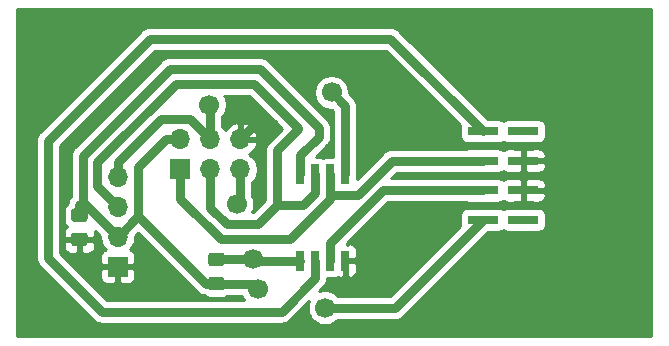
<source format=gbr>
%TF.GenerationSoftware,KiCad,Pcbnew,5.1.6-c6e7f7d~87~ubuntu18.04.1*%
%TF.CreationDate,2020-08-24T16:23:38+01:00*%
%TF.ProjectId,linefollower,6c696e65-666f-46c6-9c6f-7765722e6b69,rev?*%
%TF.SameCoordinates,Original*%
%TF.FileFunction,Copper,L1,Top*%
%TF.FilePolarity,Positive*%
%FSLAX46Y46*%
G04 Gerber Fmt 4.6, Leading zero omitted, Abs format (unit mm)*
G04 Created by KiCad (PCBNEW 5.1.6-c6e7f7d~87~ubuntu18.04.1) date 2020-08-24 16:23:38*
%MOMM*%
%LPD*%
G01*
G04 APERTURE LIST*
%TA.AperFunction,SMDPad,CuDef*%
%ADD10R,2.600000X0.800000*%
%TD*%
%TA.AperFunction,ComponentPad*%
%ADD11R,1.700000X1.700000*%
%TD*%
%TA.AperFunction,ComponentPad*%
%ADD12O,1.700000X1.700000*%
%TD*%
%TA.AperFunction,SMDPad,CuDef*%
%ADD13R,0.650000X1.700000*%
%TD*%
%TA.AperFunction,ViaPad*%
%ADD14C,1.700000*%
%TD*%
%TA.AperFunction,Conductor*%
%ADD15C,0.750000*%
%TD*%
%TA.AperFunction,Conductor*%
%ADD16C,0.254000*%
%TD*%
G04 APERTURE END LIST*
D10*
%TO.P,J1,8*%
%TO.N,N/C*%
X149480000Y-32980000D03*
%TO.P,J1,1*%
%TO.N,/SI*%
X146080000Y-32980000D03*
%TO.P,J1,7*%
%TO.N,Earth*%
X149480000Y-35480000D03*
%TO.P,J1,2*%
%TO.N,/CLK*%
X146080000Y-35480000D03*
%TO.P,J1,6*%
%TO.N,Earth*%
X149480000Y-37980000D03*
%TO.P,J1,3*%
%TO.N,/AO*%
X146080000Y-37980000D03*
%TO.P,J1,5*%
%TO.N,N/C*%
X149480000Y-40480000D03*
%TO.P,J1,4*%
%TO.N,VCC*%
X146080000Y-40480000D03*
%TD*%
D11*
%TO.P,J2,1*%
%TO.N,Earth*%
X115160000Y-44450000D03*
D12*
%TO.P,J2,2*%
%TO.N,VCC*%
X115160000Y-41910000D03*
%TO.P,J2,3*%
%TO.N,/SCL*%
X115160000Y-39370000D03*
%TO.P,J2,4*%
%TO.N,/SDA*%
X115160000Y-36830000D03*
%TD*%
D13*
%TO.P,U1,1*%
%TO.N,Net-(J3-Pad5)*%
X130610000Y-43930000D03*
%TO.P,U1,2*%
%TO.N,/SI*%
X131880000Y-43930000D03*
%TO.P,U1,3*%
%TO.N,/AO*%
X133150000Y-43930000D03*
%TO.P,U1,4*%
%TO.N,Earth*%
X134420000Y-43930000D03*
%TO.P,U1,5*%
%TO.N,/SDA*%
X134420000Y-36630000D03*
%TO.P,U1,6*%
%TO.N,/CLK*%
X133150000Y-36630000D03*
%TO.P,U1,7*%
%TO.N,/SCL*%
X131880000Y-36630000D03*
%TO.P,U1,8*%
%TO.N,VCC*%
X130610000Y-36630000D03*
%TD*%
D11*
%TO.P,J3,1*%
%TO.N,/CLK*%
X120450000Y-36220000D03*
D12*
%TO.P,J3,2*%
%TO.N,VCC*%
X120450000Y-33680000D03*
%TO.P,J3,3*%
%TO.N,/SCL*%
X122990000Y-36220000D03*
%TO.P,J3,4*%
%TO.N,/SDA*%
X122990000Y-33680000D03*
%TO.P,J3,5*%
%TO.N,Net-(J3-Pad5)*%
X125530000Y-36220000D03*
%TO.P,J3,6*%
%TO.N,Earth*%
X125530000Y-33680000D03*
%TD*%
%TO.P,C1,1*%
%TO.N,VCC*%
%TA.AperFunction,SMDPad,CuDef*%
G36*
G01*
X111449999Y-39515000D02*
X112350001Y-39515000D01*
G75*
G02*
X112600000Y-39764999I0J-249999D01*
G01*
X112600000Y-40415001D01*
G75*
G02*
X112350001Y-40665000I-249999J0D01*
G01*
X111449999Y-40665000D01*
G75*
G02*
X111200000Y-40415001I0J249999D01*
G01*
X111200000Y-39764999D01*
G75*
G02*
X111449999Y-39515000I249999J0D01*
G01*
G37*
%TD.AperFunction*%
%TO.P,C1,2*%
%TO.N,Earth*%
%TA.AperFunction,SMDPad,CuDef*%
G36*
G01*
X111449999Y-41565000D02*
X112350001Y-41565000D01*
G75*
G02*
X112600000Y-41814999I0J-249999D01*
G01*
X112600000Y-42465001D01*
G75*
G02*
X112350001Y-42715000I-249999J0D01*
G01*
X111449999Y-42715000D01*
G75*
G02*
X111200000Y-42465001I0J249999D01*
G01*
X111200000Y-41814999D01*
G75*
G02*
X111449999Y-41565000I249999J0D01*
G01*
G37*
%TD.AperFunction*%
%TD*%
%TO.P,R1,1*%
%TO.N,VCC*%
%TA.AperFunction,SMDPad,CuDef*%
G36*
G01*
X123950001Y-46460000D02*
X123049999Y-46460000D01*
G75*
G02*
X122800000Y-46210001I0J249999D01*
G01*
X122800000Y-45559999D01*
G75*
G02*
X123049999Y-45310000I249999J0D01*
G01*
X123950001Y-45310000D01*
G75*
G02*
X124200000Y-45559999I0J-249999D01*
G01*
X124200000Y-46210001D01*
G75*
G02*
X123950001Y-46460000I-249999J0D01*
G01*
G37*
%TD.AperFunction*%
%TO.P,R1,2*%
%TO.N,Net-(J3-Pad5)*%
%TA.AperFunction,SMDPad,CuDef*%
G36*
G01*
X123950001Y-44410000D02*
X123049999Y-44410000D01*
G75*
G02*
X122800000Y-44160001I0J249999D01*
G01*
X122800000Y-43509999D01*
G75*
G02*
X123049999Y-43260000I249999J0D01*
G01*
X123950001Y-43260000D01*
G75*
G02*
X124200000Y-43509999I0J-249999D01*
G01*
X124200000Y-44160001D01*
G75*
G02*
X123950001Y-44410000I-249999J0D01*
G01*
G37*
%TD.AperFunction*%
%TD*%
D14*
%TO.N,VCC*%
X127028659Y-46311359D03*
X132710000Y-47930000D03*
%TO.N,Earth*%
X137160000Y-33528000D03*
X128025174Y-32745492D03*
%TO.N,/SDA*%
X122884739Y-30727270D03*
X133259639Y-29699318D03*
%TO.N,Net-(J3-Pad5)*%
X125230031Y-39134977D03*
X126615000Y-43835000D03*
%TD*%
D15*
%TO.N,VCC*%
X116885001Y-40184999D02*
X115160000Y-41910000D01*
X116885001Y-36042918D02*
X116885001Y-40184999D01*
X119247919Y-33680000D02*
X116885001Y-36042918D01*
X120450000Y-33680000D02*
X119247919Y-33680000D01*
X132205013Y-32718015D02*
X127187986Y-27700988D01*
X127187986Y-27700988D02*
X119551368Y-27700988D01*
X112184988Y-35067368D02*
X112184989Y-38934989D01*
X112184989Y-38934989D02*
X115160000Y-41910000D01*
X132205013Y-33434987D02*
X132205013Y-32718015D01*
X130610000Y-35030000D02*
X132205013Y-33434987D01*
X130610000Y-36630000D02*
X130610000Y-35030000D01*
X119551368Y-27700988D02*
X112184988Y-35067368D01*
X122585002Y-45885000D02*
X123500000Y-45885000D01*
X116885001Y-40184999D02*
X122585002Y-45885000D01*
X123500000Y-45885000D02*
X126602300Y-45885000D01*
X126602300Y-45885000D02*
X127028659Y-46311359D01*
X138630000Y-47930000D02*
X146080000Y-40480000D01*
X132710000Y-47930000D02*
X138630000Y-47930000D01*
X111900000Y-39219978D02*
X112184989Y-38934989D01*
X111900000Y-40090000D02*
X111900000Y-39219978D01*
%TO.N,Earth*%
X125530000Y-33680000D02*
X126464508Y-32745492D01*
X126464508Y-32745492D02*
X128025174Y-32745492D01*
%TO.N,/SI*%
X129030002Y-48260000D02*
X131880000Y-45410002D01*
X131880000Y-45410002D02*
X131880000Y-43930000D01*
X109220000Y-43688000D02*
X113792000Y-48260000D01*
X109220000Y-33782000D02*
X109220000Y-43688000D01*
X117856000Y-25146000D02*
X109220000Y-33782000D01*
X113792000Y-48260000D02*
X129030002Y-48260000D01*
X138246000Y-25146000D02*
X129774000Y-25146000D01*
X146080000Y-32980000D02*
X138246000Y-25146000D01*
X129774000Y-25146000D02*
X117856000Y-25146000D01*
%TO.N,/CLK*%
X120450000Y-36220000D02*
X120450000Y-38680786D01*
X123879212Y-42109998D02*
X129767783Y-42109998D01*
X120450000Y-38680786D02*
X123879212Y-42109998D01*
X129767783Y-42109998D02*
X133150000Y-38727781D01*
X133150000Y-38727781D02*
X133150000Y-36630000D01*
X138352218Y-35480000D02*
X146080000Y-35480000D01*
X135477217Y-38355001D02*
X138352218Y-35480000D01*
X133394999Y-38355001D02*
X135477217Y-38355001D01*
X133150000Y-38110002D02*
X133394999Y-38355001D01*
X133150000Y-36630000D02*
X133150000Y-38110002D01*
%TO.N,/AO*%
X137619998Y-37980000D02*
X146080000Y-37980000D01*
X133150000Y-42449998D02*
X137619998Y-37980000D01*
X133150000Y-43930000D02*
X133150000Y-42449998D01*
%TO.N,/SCL*%
X131880000Y-38230000D02*
X131880000Y-36630000D01*
X128638300Y-39250620D02*
X130859380Y-39250620D01*
X130859380Y-39250620D02*
X131880000Y-38230000D01*
X113434999Y-37644999D02*
X113434999Y-35585139D01*
X130414228Y-32695012D02*
X130414228Y-32835012D01*
X128638300Y-34610940D02*
X128638300Y-39250620D01*
X115160000Y-39370000D02*
X113434999Y-37644999D01*
X130414228Y-32835012D02*
X128638300Y-34610940D01*
X126670215Y-28950999D02*
X130414228Y-32695012D01*
X120069139Y-28950999D02*
X126670215Y-28950999D01*
X113434999Y-35585139D02*
X120069139Y-28950999D01*
X127028933Y-40859987D02*
X128638300Y-39250620D01*
X122990000Y-39453004D02*
X124396983Y-40859987D01*
X124396983Y-40859987D02*
X127028933Y-40859987D01*
X122990000Y-36220000D02*
X122990000Y-39453004D01*
%TO.N,/SDA*%
X121264999Y-31954999D02*
X122990000Y-33680000D01*
X118832920Y-31954999D02*
X121264999Y-31954999D01*
X115160000Y-35627919D02*
X118832920Y-31954999D01*
X115160000Y-36830000D02*
X115160000Y-35627919D01*
X122990000Y-30832531D02*
X122884739Y-30727270D01*
X122990000Y-33680000D02*
X122990000Y-30832531D01*
X134420000Y-36630000D02*
X134420000Y-30859679D01*
X134420000Y-30859679D02*
X133259639Y-29699318D01*
%TO.N,Net-(J3-Pad5)*%
X125530000Y-36220000D02*
X125530000Y-38835008D01*
X130610000Y-43930000D02*
X126710000Y-43930000D01*
X123500000Y-43835000D02*
X126615000Y-43835000D01*
X126710000Y-43930000D02*
X126615000Y-43835000D01*
X125530000Y-38835008D02*
X125230031Y-39134977D01*
%TD*%
D16*
%TO.N,Earth*%
G36*
X160340000Y-50340000D02*
G01*
X106660000Y-50340000D01*
X106660000Y-33782000D01*
X108205114Y-33782000D01*
X108210000Y-33831608D01*
X108210001Y-43638382D01*
X108205114Y-43688000D01*
X108224615Y-43885994D01*
X108282368Y-44076379D01*
X108360941Y-44223379D01*
X108376154Y-44251840D01*
X108502368Y-44405633D01*
X108540901Y-44437256D01*
X113042739Y-48939094D01*
X113074367Y-48977633D01*
X113228160Y-49103847D01*
X113403620Y-49197632D01*
X113594006Y-49255385D01*
X113742392Y-49270000D01*
X113742394Y-49270000D01*
X113791999Y-49274886D01*
X113841604Y-49270000D01*
X128980394Y-49270000D01*
X129030002Y-49274886D01*
X129227996Y-49255385D01*
X129258967Y-49245990D01*
X129418382Y-49197632D01*
X129593842Y-49103847D01*
X129747635Y-48977633D01*
X129779263Y-48939094D01*
X131324885Y-47393473D01*
X131282068Y-47496842D01*
X131225000Y-47783740D01*
X131225000Y-48076260D01*
X131282068Y-48363158D01*
X131394010Y-48633411D01*
X131556525Y-48876632D01*
X131763368Y-49083475D01*
X132006589Y-49245990D01*
X132276842Y-49357932D01*
X132563740Y-49415000D01*
X132856260Y-49415000D01*
X133143158Y-49357932D01*
X133413411Y-49245990D01*
X133656632Y-49083475D01*
X133800107Y-48940000D01*
X138580392Y-48940000D01*
X138630000Y-48944886D01*
X138827994Y-48925385D01*
X139018380Y-48867632D01*
X139193840Y-48773847D01*
X139347633Y-48647633D01*
X139379261Y-48609094D01*
X146470283Y-41518072D01*
X147380000Y-41518072D01*
X147504482Y-41505812D01*
X147624180Y-41469502D01*
X147734494Y-41410537D01*
X147780000Y-41373191D01*
X147825506Y-41410537D01*
X147935820Y-41469502D01*
X148055518Y-41505812D01*
X148180000Y-41518072D01*
X150780000Y-41518072D01*
X150904482Y-41505812D01*
X151024180Y-41469502D01*
X151134494Y-41410537D01*
X151231185Y-41331185D01*
X151310537Y-41234494D01*
X151369502Y-41124180D01*
X151405812Y-41004482D01*
X151418072Y-40880000D01*
X151418072Y-40080000D01*
X151405812Y-39955518D01*
X151369502Y-39835820D01*
X151310537Y-39725506D01*
X151231185Y-39628815D01*
X151134494Y-39549463D01*
X151024180Y-39490498D01*
X150904482Y-39454188D01*
X150780000Y-39441928D01*
X148180000Y-39441928D01*
X148055518Y-39454188D01*
X147935820Y-39490498D01*
X147825506Y-39549463D01*
X147780000Y-39586809D01*
X147734494Y-39549463D01*
X147624180Y-39490498D01*
X147504482Y-39454188D01*
X147380000Y-39441928D01*
X144780000Y-39441928D01*
X144655518Y-39454188D01*
X144535820Y-39490498D01*
X144425506Y-39549463D01*
X144328815Y-39628815D01*
X144249463Y-39725506D01*
X144190498Y-39835820D01*
X144154188Y-39955518D01*
X144141928Y-40080000D01*
X144141928Y-40880000D01*
X144151765Y-40979880D01*
X138211645Y-46920000D01*
X133800107Y-46920000D01*
X133656632Y-46776525D01*
X133413411Y-46614010D01*
X133143158Y-46502068D01*
X132856260Y-46445000D01*
X132563740Y-46445000D01*
X132276842Y-46502068D01*
X132173473Y-46544885D01*
X132559100Y-46159258D01*
X132597633Y-46127635D01*
X132723847Y-45973842D01*
X132817632Y-45798382D01*
X132875385Y-45607996D01*
X132890000Y-45459610D01*
X132890000Y-45459609D01*
X132894091Y-45418072D01*
X133475000Y-45418072D01*
X133599482Y-45405812D01*
X133719180Y-45369502D01*
X133785000Y-45334320D01*
X133850820Y-45369502D01*
X133970518Y-45405812D01*
X134095000Y-45418072D01*
X134134250Y-45415000D01*
X134293000Y-45256250D01*
X134293000Y-44057000D01*
X134547000Y-44057000D01*
X134547000Y-45256250D01*
X134705750Y-45415000D01*
X134745000Y-45418072D01*
X134869482Y-45405812D01*
X134989180Y-45369502D01*
X135099494Y-45310537D01*
X135196185Y-45231185D01*
X135275537Y-45134494D01*
X135334502Y-45024180D01*
X135370812Y-44904482D01*
X135383072Y-44780000D01*
X135380000Y-44215750D01*
X135221250Y-44057000D01*
X134547000Y-44057000D01*
X134293000Y-44057000D01*
X134273000Y-44057000D01*
X134273000Y-43803000D01*
X134293000Y-43803000D01*
X134293000Y-43783000D01*
X134547000Y-43783000D01*
X134547000Y-43803000D01*
X135221250Y-43803000D01*
X135380000Y-43644250D01*
X135383072Y-43080000D01*
X135370812Y-42955518D01*
X135334502Y-42835820D01*
X135275537Y-42725506D01*
X135196185Y-42628815D01*
X135099494Y-42549463D01*
X134989180Y-42490498D01*
X134869482Y-42454188D01*
X134745000Y-42441928D01*
X134705750Y-42445000D01*
X134547002Y-42603748D01*
X134547002Y-42481351D01*
X138038354Y-38990000D01*
X144603393Y-38990000D01*
X144655518Y-39005812D01*
X144780000Y-39018072D01*
X147380000Y-39018072D01*
X147504482Y-39005812D01*
X147624180Y-38969502D01*
X147734494Y-38910537D01*
X147780000Y-38873191D01*
X147825506Y-38910537D01*
X147935820Y-38969502D01*
X148055518Y-39005812D01*
X148180000Y-39018072D01*
X149194250Y-39015000D01*
X149353000Y-38856250D01*
X149353000Y-38107000D01*
X149607000Y-38107000D01*
X149607000Y-38856250D01*
X149765750Y-39015000D01*
X150780000Y-39018072D01*
X150904482Y-39005812D01*
X151024180Y-38969502D01*
X151134494Y-38910537D01*
X151231185Y-38831185D01*
X151310537Y-38734494D01*
X151369502Y-38624180D01*
X151405812Y-38504482D01*
X151418072Y-38380000D01*
X151415000Y-38265750D01*
X151256250Y-38107000D01*
X149607000Y-38107000D01*
X149353000Y-38107000D01*
X149333000Y-38107000D01*
X149333000Y-37853000D01*
X149353000Y-37853000D01*
X149353000Y-37103750D01*
X149607000Y-37103750D01*
X149607000Y-37853000D01*
X151256250Y-37853000D01*
X151415000Y-37694250D01*
X151418072Y-37580000D01*
X151405812Y-37455518D01*
X151369502Y-37335820D01*
X151310537Y-37225506D01*
X151231185Y-37128815D01*
X151134494Y-37049463D01*
X151024180Y-36990498D01*
X150904482Y-36954188D01*
X150780000Y-36941928D01*
X149765750Y-36945000D01*
X149607000Y-37103750D01*
X149353000Y-37103750D01*
X149194250Y-36945000D01*
X148180000Y-36941928D01*
X148055518Y-36954188D01*
X147935820Y-36990498D01*
X147825506Y-37049463D01*
X147780000Y-37086809D01*
X147734494Y-37049463D01*
X147624180Y-36990498D01*
X147504482Y-36954188D01*
X147380000Y-36941928D01*
X144780000Y-36941928D01*
X144655518Y-36954188D01*
X144603393Y-36970000D01*
X138290573Y-36970000D01*
X138770573Y-36490000D01*
X144603393Y-36490000D01*
X144655518Y-36505812D01*
X144780000Y-36518072D01*
X147380000Y-36518072D01*
X147504482Y-36505812D01*
X147624180Y-36469502D01*
X147734494Y-36410537D01*
X147780000Y-36373191D01*
X147825506Y-36410537D01*
X147935820Y-36469502D01*
X148055518Y-36505812D01*
X148180000Y-36518072D01*
X149194250Y-36515000D01*
X149353000Y-36356250D01*
X149353000Y-35607000D01*
X149607000Y-35607000D01*
X149607000Y-36356250D01*
X149765750Y-36515000D01*
X150780000Y-36518072D01*
X150904482Y-36505812D01*
X151024180Y-36469502D01*
X151134494Y-36410537D01*
X151231185Y-36331185D01*
X151310537Y-36234494D01*
X151369502Y-36124180D01*
X151405812Y-36004482D01*
X151418072Y-35880000D01*
X151415000Y-35765750D01*
X151256250Y-35607000D01*
X149607000Y-35607000D01*
X149353000Y-35607000D01*
X149333000Y-35607000D01*
X149333000Y-35353000D01*
X149353000Y-35353000D01*
X149353000Y-34603750D01*
X149607000Y-34603750D01*
X149607000Y-35353000D01*
X151256250Y-35353000D01*
X151415000Y-35194250D01*
X151418072Y-35080000D01*
X151405812Y-34955518D01*
X151369502Y-34835820D01*
X151310537Y-34725506D01*
X151231185Y-34628815D01*
X151134494Y-34549463D01*
X151024180Y-34490498D01*
X150904482Y-34454188D01*
X150780000Y-34441928D01*
X149765750Y-34445000D01*
X149607000Y-34603750D01*
X149353000Y-34603750D01*
X149194250Y-34445000D01*
X148180000Y-34441928D01*
X148055518Y-34454188D01*
X147935820Y-34490498D01*
X147825506Y-34549463D01*
X147780000Y-34586809D01*
X147734494Y-34549463D01*
X147624180Y-34490498D01*
X147504482Y-34454188D01*
X147380000Y-34441928D01*
X144780000Y-34441928D01*
X144655518Y-34454188D01*
X144603393Y-34470000D01*
X138401822Y-34470000D01*
X138352217Y-34465114D01*
X138302612Y-34470000D01*
X138302610Y-34470000D01*
X138154224Y-34484615D01*
X137963838Y-34542368D01*
X137788378Y-34636153D01*
X137634585Y-34762367D01*
X137602957Y-34800906D01*
X135383072Y-37020791D01*
X135383072Y-36934516D01*
X135415385Y-36827994D01*
X135430000Y-36679608D01*
X135430000Y-30909283D01*
X135434886Y-30859678D01*
X135427326Y-30782923D01*
X135415385Y-30661685D01*
X135357632Y-30471299D01*
X135263847Y-30295839D01*
X135137633Y-30142046D01*
X135099094Y-30110418D01*
X134744639Y-29755963D01*
X134744639Y-29553058D01*
X134687571Y-29266160D01*
X134575629Y-28995907D01*
X134413114Y-28752686D01*
X134206271Y-28545843D01*
X133963050Y-28383328D01*
X133692797Y-28271386D01*
X133405899Y-28214318D01*
X133113379Y-28214318D01*
X132826481Y-28271386D01*
X132556228Y-28383328D01*
X132313007Y-28545843D01*
X132106164Y-28752686D01*
X131943649Y-28995907D01*
X131831707Y-29266160D01*
X131774639Y-29553058D01*
X131774639Y-29845578D01*
X131831707Y-30132476D01*
X131943649Y-30402729D01*
X132106164Y-30645950D01*
X132313007Y-30852793D01*
X132556228Y-31015308D01*
X132826481Y-31127250D01*
X133113379Y-31184318D01*
X133316284Y-31184318D01*
X133410001Y-31278035D01*
X133410000Y-35141928D01*
X132825000Y-35141928D01*
X132700518Y-35154188D01*
X132580820Y-35190498D01*
X132515000Y-35225680D01*
X132449180Y-35190498D01*
X132329482Y-35154188D01*
X132205000Y-35141928D01*
X131926427Y-35141928D01*
X132884107Y-34184248D01*
X132922646Y-34152620D01*
X133048860Y-33998827D01*
X133142645Y-33823367D01*
X133176003Y-33713400D01*
X133200398Y-33632982D01*
X133219899Y-33434988D01*
X133215013Y-33385380D01*
X133215013Y-32767623D01*
X133219899Y-32718015D01*
X133200398Y-32520020D01*
X133142645Y-32329635D01*
X133070681Y-32195000D01*
X133048860Y-32154175D01*
X132922646Y-32000382D01*
X132884113Y-31968759D01*
X127937247Y-27021894D01*
X127905619Y-26983355D01*
X127751826Y-26857141D01*
X127576366Y-26763356D01*
X127385980Y-26705603D01*
X127237594Y-26690988D01*
X127187986Y-26686102D01*
X127138378Y-26690988D01*
X119600976Y-26690988D01*
X119551368Y-26686102D01*
X119353373Y-26705603D01*
X119162988Y-26763356D01*
X118987528Y-26857141D01*
X118833735Y-26983355D01*
X118802112Y-27021888D01*
X111505888Y-34318113D01*
X111467355Y-34349736D01*
X111341141Y-34503529D01*
X111249282Y-34675385D01*
X111247356Y-34678989D01*
X111189603Y-34869374D01*
X111170102Y-35067368D01*
X111174988Y-35116976D01*
X111174990Y-38511335D01*
X111150745Y-38540878D01*
X111150744Y-38540879D01*
X111056154Y-38656138D01*
X110962368Y-38831599D01*
X110904615Y-39021984D01*
X110899548Y-39073427D01*
X110822038Y-39137038D01*
X110711595Y-39271613D01*
X110629528Y-39425149D01*
X110578992Y-39591745D01*
X110561928Y-39764999D01*
X110561928Y-40415001D01*
X110578992Y-40588255D01*
X110629528Y-40754851D01*
X110711595Y-40908387D01*
X110822038Y-41042962D01*
X110828594Y-41048342D01*
X110748815Y-41113815D01*
X110669463Y-41210506D01*
X110610498Y-41320820D01*
X110574188Y-41440518D01*
X110561928Y-41565000D01*
X110565000Y-41854250D01*
X110723750Y-42013000D01*
X111773000Y-42013000D01*
X111773000Y-41993000D01*
X112027000Y-41993000D01*
X112027000Y-42013000D01*
X113076250Y-42013000D01*
X113235000Y-41854250D01*
X113238072Y-41565000D01*
X113225812Y-41440518D01*
X113209984Y-41388339D01*
X113675000Y-41853356D01*
X113675000Y-42056260D01*
X113732068Y-42343158D01*
X113844010Y-42613411D01*
X114006525Y-42856632D01*
X114138380Y-42988487D01*
X114065820Y-43010498D01*
X113955506Y-43069463D01*
X113858815Y-43148815D01*
X113779463Y-43245506D01*
X113720498Y-43355820D01*
X113684188Y-43475518D01*
X113671928Y-43600000D01*
X113675000Y-44164250D01*
X113833750Y-44323000D01*
X115033000Y-44323000D01*
X115033000Y-44303000D01*
X115287000Y-44303000D01*
X115287000Y-44323000D01*
X116486250Y-44323000D01*
X116645000Y-44164250D01*
X116648072Y-43600000D01*
X116635812Y-43475518D01*
X116599502Y-43355820D01*
X116540537Y-43245506D01*
X116461185Y-43148815D01*
X116364494Y-43069463D01*
X116254180Y-43010498D01*
X116181620Y-42988487D01*
X116313475Y-42856632D01*
X116475990Y-42613411D01*
X116587932Y-42343158D01*
X116645000Y-42056260D01*
X116645000Y-41853355D01*
X116885001Y-41613354D01*
X121835745Y-46564099D01*
X121867369Y-46602633D01*
X122021162Y-46728847D01*
X122050479Y-46744517D01*
X122196622Y-46822632D01*
X122387007Y-46880385D01*
X122485558Y-46890092D01*
X122556613Y-46948405D01*
X122710149Y-47030472D01*
X122876745Y-47081008D01*
X123049999Y-47098072D01*
X123950001Y-47098072D01*
X124123255Y-47081008D01*
X124289851Y-47030472D01*
X124443387Y-46948405D01*
X124508461Y-46895000D01*
X125663059Y-46895000D01*
X125712669Y-47014770D01*
X125869845Y-47250000D01*
X114210355Y-47250000D01*
X112260355Y-45300000D01*
X113671928Y-45300000D01*
X113684188Y-45424482D01*
X113720498Y-45544180D01*
X113779463Y-45654494D01*
X113858815Y-45751185D01*
X113955506Y-45830537D01*
X114065820Y-45889502D01*
X114185518Y-45925812D01*
X114310000Y-45938072D01*
X114874250Y-45935000D01*
X115033000Y-45776250D01*
X115033000Y-44577000D01*
X115287000Y-44577000D01*
X115287000Y-45776250D01*
X115445750Y-45935000D01*
X116010000Y-45938072D01*
X116134482Y-45925812D01*
X116254180Y-45889502D01*
X116364494Y-45830537D01*
X116461185Y-45751185D01*
X116540537Y-45654494D01*
X116599502Y-45544180D01*
X116635812Y-45424482D01*
X116648072Y-45300000D01*
X116645000Y-44735750D01*
X116486250Y-44577000D01*
X115287000Y-44577000D01*
X115033000Y-44577000D01*
X113833750Y-44577000D01*
X113675000Y-44735750D01*
X113671928Y-45300000D01*
X112260355Y-45300000D01*
X110230000Y-43269645D01*
X110230000Y-42715000D01*
X110561928Y-42715000D01*
X110574188Y-42839482D01*
X110610498Y-42959180D01*
X110669463Y-43069494D01*
X110748815Y-43166185D01*
X110845506Y-43245537D01*
X110955820Y-43304502D01*
X111075518Y-43340812D01*
X111200000Y-43353072D01*
X111614250Y-43350000D01*
X111773000Y-43191250D01*
X111773000Y-42267000D01*
X112027000Y-42267000D01*
X112027000Y-43191250D01*
X112185750Y-43350000D01*
X112600000Y-43353072D01*
X112724482Y-43340812D01*
X112844180Y-43304502D01*
X112954494Y-43245537D01*
X113051185Y-43166185D01*
X113130537Y-43069494D01*
X113189502Y-42959180D01*
X113225812Y-42839482D01*
X113238072Y-42715000D01*
X113235000Y-42425750D01*
X113076250Y-42267000D01*
X112027000Y-42267000D01*
X111773000Y-42267000D01*
X110723750Y-42267000D01*
X110565000Y-42425750D01*
X110561928Y-42715000D01*
X110230000Y-42715000D01*
X110230000Y-34200355D01*
X118274355Y-26156000D01*
X137827645Y-26156000D01*
X144151765Y-32480120D01*
X144141928Y-32580000D01*
X144141928Y-33380000D01*
X144154188Y-33504482D01*
X144190498Y-33624180D01*
X144249463Y-33734494D01*
X144328815Y-33831185D01*
X144425506Y-33910537D01*
X144535820Y-33969502D01*
X144655518Y-34005812D01*
X144780000Y-34018072D01*
X147380000Y-34018072D01*
X147504482Y-34005812D01*
X147624180Y-33969502D01*
X147734494Y-33910537D01*
X147780000Y-33873191D01*
X147825506Y-33910537D01*
X147935820Y-33969502D01*
X148055518Y-34005812D01*
X148180000Y-34018072D01*
X150780000Y-34018072D01*
X150904482Y-34005812D01*
X151024180Y-33969502D01*
X151134494Y-33910537D01*
X151231185Y-33831185D01*
X151310537Y-33734494D01*
X151369502Y-33624180D01*
X151405812Y-33504482D01*
X151418072Y-33380000D01*
X151418072Y-32580000D01*
X151405812Y-32455518D01*
X151369502Y-32335820D01*
X151310537Y-32225506D01*
X151231185Y-32128815D01*
X151134494Y-32049463D01*
X151024180Y-31990498D01*
X150904482Y-31954188D01*
X150780000Y-31941928D01*
X148180000Y-31941928D01*
X148055518Y-31954188D01*
X147935820Y-31990498D01*
X147825506Y-32049463D01*
X147780000Y-32086809D01*
X147734494Y-32049463D01*
X147624180Y-31990498D01*
X147504482Y-31954188D01*
X147380000Y-31941928D01*
X146470283Y-31941928D01*
X138995261Y-24466906D01*
X138963633Y-24428367D01*
X138809840Y-24302153D01*
X138634380Y-24208368D01*
X138443994Y-24150615D01*
X138295608Y-24136000D01*
X138246000Y-24131114D01*
X138196392Y-24136000D01*
X117905604Y-24136000D01*
X117855999Y-24131114D01*
X117806394Y-24136000D01*
X117806392Y-24136000D01*
X117658006Y-24150615D01*
X117467620Y-24208368D01*
X117292160Y-24302153D01*
X117138367Y-24428367D01*
X117106739Y-24466906D01*
X108540906Y-33032739D01*
X108502367Y-33064367D01*
X108376153Y-33218160D01*
X108295860Y-33368379D01*
X108282368Y-33393621D01*
X108224615Y-33584006D01*
X108205114Y-33782000D01*
X106660000Y-33782000D01*
X106660000Y-22660000D01*
X160340001Y-22660000D01*
X160340000Y-50340000D01*
G37*
X160340000Y-50340000D02*
X106660000Y-50340000D01*
X106660000Y-33782000D01*
X108205114Y-33782000D01*
X108210000Y-33831608D01*
X108210001Y-43638382D01*
X108205114Y-43688000D01*
X108224615Y-43885994D01*
X108282368Y-44076379D01*
X108360941Y-44223379D01*
X108376154Y-44251840D01*
X108502368Y-44405633D01*
X108540901Y-44437256D01*
X113042739Y-48939094D01*
X113074367Y-48977633D01*
X113228160Y-49103847D01*
X113403620Y-49197632D01*
X113594006Y-49255385D01*
X113742392Y-49270000D01*
X113742394Y-49270000D01*
X113791999Y-49274886D01*
X113841604Y-49270000D01*
X128980394Y-49270000D01*
X129030002Y-49274886D01*
X129227996Y-49255385D01*
X129258967Y-49245990D01*
X129418382Y-49197632D01*
X129593842Y-49103847D01*
X129747635Y-48977633D01*
X129779263Y-48939094D01*
X131324885Y-47393473D01*
X131282068Y-47496842D01*
X131225000Y-47783740D01*
X131225000Y-48076260D01*
X131282068Y-48363158D01*
X131394010Y-48633411D01*
X131556525Y-48876632D01*
X131763368Y-49083475D01*
X132006589Y-49245990D01*
X132276842Y-49357932D01*
X132563740Y-49415000D01*
X132856260Y-49415000D01*
X133143158Y-49357932D01*
X133413411Y-49245990D01*
X133656632Y-49083475D01*
X133800107Y-48940000D01*
X138580392Y-48940000D01*
X138630000Y-48944886D01*
X138827994Y-48925385D01*
X139018380Y-48867632D01*
X139193840Y-48773847D01*
X139347633Y-48647633D01*
X139379261Y-48609094D01*
X146470283Y-41518072D01*
X147380000Y-41518072D01*
X147504482Y-41505812D01*
X147624180Y-41469502D01*
X147734494Y-41410537D01*
X147780000Y-41373191D01*
X147825506Y-41410537D01*
X147935820Y-41469502D01*
X148055518Y-41505812D01*
X148180000Y-41518072D01*
X150780000Y-41518072D01*
X150904482Y-41505812D01*
X151024180Y-41469502D01*
X151134494Y-41410537D01*
X151231185Y-41331185D01*
X151310537Y-41234494D01*
X151369502Y-41124180D01*
X151405812Y-41004482D01*
X151418072Y-40880000D01*
X151418072Y-40080000D01*
X151405812Y-39955518D01*
X151369502Y-39835820D01*
X151310537Y-39725506D01*
X151231185Y-39628815D01*
X151134494Y-39549463D01*
X151024180Y-39490498D01*
X150904482Y-39454188D01*
X150780000Y-39441928D01*
X148180000Y-39441928D01*
X148055518Y-39454188D01*
X147935820Y-39490498D01*
X147825506Y-39549463D01*
X147780000Y-39586809D01*
X147734494Y-39549463D01*
X147624180Y-39490498D01*
X147504482Y-39454188D01*
X147380000Y-39441928D01*
X144780000Y-39441928D01*
X144655518Y-39454188D01*
X144535820Y-39490498D01*
X144425506Y-39549463D01*
X144328815Y-39628815D01*
X144249463Y-39725506D01*
X144190498Y-39835820D01*
X144154188Y-39955518D01*
X144141928Y-40080000D01*
X144141928Y-40880000D01*
X144151765Y-40979880D01*
X138211645Y-46920000D01*
X133800107Y-46920000D01*
X133656632Y-46776525D01*
X133413411Y-46614010D01*
X133143158Y-46502068D01*
X132856260Y-46445000D01*
X132563740Y-46445000D01*
X132276842Y-46502068D01*
X132173473Y-46544885D01*
X132559100Y-46159258D01*
X132597633Y-46127635D01*
X132723847Y-45973842D01*
X132817632Y-45798382D01*
X132875385Y-45607996D01*
X132890000Y-45459610D01*
X132890000Y-45459609D01*
X132894091Y-45418072D01*
X133475000Y-45418072D01*
X133599482Y-45405812D01*
X133719180Y-45369502D01*
X133785000Y-45334320D01*
X133850820Y-45369502D01*
X133970518Y-45405812D01*
X134095000Y-45418072D01*
X134134250Y-45415000D01*
X134293000Y-45256250D01*
X134293000Y-44057000D01*
X134547000Y-44057000D01*
X134547000Y-45256250D01*
X134705750Y-45415000D01*
X134745000Y-45418072D01*
X134869482Y-45405812D01*
X134989180Y-45369502D01*
X135099494Y-45310537D01*
X135196185Y-45231185D01*
X135275537Y-45134494D01*
X135334502Y-45024180D01*
X135370812Y-44904482D01*
X135383072Y-44780000D01*
X135380000Y-44215750D01*
X135221250Y-44057000D01*
X134547000Y-44057000D01*
X134293000Y-44057000D01*
X134273000Y-44057000D01*
X134273000Y-43803000D01*
X134293000Y-43803000D01*
X134293000Y-43783000D01*
X134547000Y-43783000D01*
X134547000Y-43803000D01*
X135221250Y-43803000D01*
X135380000Y-43644250D01*
X135383072Y-43080000D01*
X135370812Y-42955518D01*
X135334502Y-42835820D01*
X135275537Y-42725506D01*
X135196185Y-42628815D01*
X135099494Y-42549463D01*
X134989180Y-42490498D01*
X134869482Y-42454188D01*
X134745000Y-42441928D01*
X134705750Y-42445000D01*
X134547002Y-42603748D01*
X134547002Y-42481351D01*
X138038354Y-38990000D01*
X144603393Y-38990000D01*
X144655518Y-39005812D01*
X144780000Y-39018072D01*
X147380000Y-39018072D01*
X147504482Y-39005812D01*
X147624180Y-38969502D01*
X147734494Y-38910537D01*
X147780000Y-38873191D01*
X147825506Y-38910537D01*
X147935820Y-38969502D01*
X148055518Y-39005812D01*
X148180000Y-39018072D01*
X149194250Y-39015000D01*
X149353000Y-38856250D01*
X149353000Y-38107000D01*
X149607000Y-38107000D01*
X149607000Y-38856250D01*
X149765750Y-39015000D01*
X150780000Y-39018072D01*
X150904482Y-39005812D01*
X151024180Y-38969502D01*
X151134494Y-38910537D01*
X151231185Y-38831185D01*
X151310537Y-38734494D01*
X151369502Y-38624180D01*
X151405812Y-38504482D01*
X151418072Y-38380000D01*
X151415000Y-38265750D01*
X151256250Y-38107000D01*
X149607000Y-38107000D01*
X149353000Y-38107000D01*
X149333000Y-38107000D01*
X149333000Y-37853000D01*
X149353000Y-37853000D01*
X149353000Y-37103750D01*
X149607000Y-37103750D01*
X149607000Y-37853000D01*
X151256250Y-37853000D01*
X151415000Y-37694250D01*
X151418072Y-37580000D01*
X151405812Y-37455518D01*
X151369502Y-37335820D01*
X151310537Y-37225506D01*
X151231185Y-37128815D01*
X151134494Y-37049463D01*
X151024180Y-36990498D01*
X150904482Y-36954188D01*
X150780000Y-36941928D01*
X149765750Y-36945000D01*
X149607000Y-37103750D01*
X149353000Y-37103750D01*
X149194250Y-36945000D01*
X148180000Y-36941928D01*
X148055518Y-36954188D01*
X147935820Y-36990498D01*
X147825506Y-37049463D01*
X147780000Y-37086809D01*
X147734494Y-37049463D01*
X147624180Y-36990498D01*
X147504482Y-36954188D01*
X147380000Y-36941928D01*
X144780000Y-36941928D01*
X144655518Y-36954188D01*
X144603393Y-36970000D01*
X138290573Y-36970000D01*
X138770573Y-36490000D01*
X144603393Y-36490000D01*
X144655518Y-36505812D01*
X144780000Y-36518072D01*
X147380000Y-36518072D01*
X147504482Y-36505812D01*
X147624180Y-36469502D01*
X147734494Y-36410537D01*
X147780000Y-36373191D01*
X147825506Y-36410537D01*
X147935820Y-36469502D01*
X148055518Y-36505812D01*
X148180000Y-36518072D01*
X149194250Y-36515000D01*
X149353000Y-36356250D01*
X149353000Y-35607000D01*
X149607000Y-35607000D01*
X149607000Y-36356250D01*
X149765750Y-36515000D01*
X150780000Y-36518072D01*
X150904482Y-36505812D01*
X151024180Y-36469502D01*
X151134494Y-36410537D01*
X151231185Y-36331185D01*
X151310537Y-36234494D01*
X151369502Y-36124180D01*
X151405812Y-36004482D01*
X151418072Y-35880000D01*
X151415000Y-35765750D01*
X151256250Y-35607000D01*
X149607000Y-35607000D01*
X149353000Y-35607000D01*
X149333000Y-35607000D01*
X149333000Y-35353000D01*
X149353000Y-35353000D01*
X149353000Y-34603750D01*
X149607000Y-34603750D01*
X149607000Y-35353000D01*
X151256250Y-35353000D01*
X151415000Y-35194250D01*
X151418072Y-35080000D01*
X151405812Y-34955518D01*
X151369502Y-34835820D01*
X151310537Y-34725506D01*
X151231185Y-34628815D01*
X151134494Y-34549463D01*
X151024180Y-34490498D01*
X150904482Y-34454188D01*
X150780000Y-34441928D01*
X149765750Y-34445000D01*
X149607000Y-34603750D01*
X149353000Y-34603750D01*
X149194250Y-34445000D01*
X148180000Y-34441928D01*
X148055518Y-34454188D01*
X147935820Y-34490498D01*
X147825506Y-34549463D01*
X147780000Y-34586809D01*
X147734494Y-34549463D01*
X147624180Y-34490498D01*
X147504482Y-34454188D01*
X147380000Y-34441928D01*
X144780000Y-34441928D01*
X144655518Y-34454188D01*
X144603393Y-34470000D01*
X138401822Y-34470000D01*
X138352217Y-34465114D01*
X138302612Y-34470000D01*
X138302610Y-34470000D01*
X138154224Y-34484615D01*
X137963838Y-34542368D01*
X137788378Y-34636153D01*
X137634585Y-34762367D01*
X137602957Y-34800906D01*
X135383072Y-37020791D01*
X135383072Y-36934516D01*
X135415385Y-36827994D01*
X135430000Y-36679608D01*
X135430000Y-30909283D01*
X135434886Y-30859678D01*
X135427326Y-30782923D01*
X135415385Y-30661685D01*
X135357632Y-30471299D01*
X135263847Y-30295839D01*
X135137633Y-30142046D01*
X135099094Y-30110418D01*
X134744639Y-29755963D01*
X134744639Y-29553058D01*
X134687571Y-29266160D01*
X134575629Y-28995907D01*
X134413114Y-28752686D01*
X134206271Y-28545843D01*
X133963050Y-28383328D01*
X133692797Y-28271386D01*
X133405899Y-28214318D01*
X133113379Y-28214318D01*
X132826481Y-28271386D01*
X132556228Y-28383328D01*
X132313007Y-28545843D01*
X132106164Y-28752686D01*
X131943649Y-28995907D01*
X131831707Y-29266160D01*
X131774639Y-29553058D01*
X131774639Y-29845578D01*
X131831707Y-30132476D01*
X131943649Y-30402729D01*
X132106164Y-30645950D01*
X132313007Y-30852793D01*
X132556228Y-31015308D01*
X132826481Y-31127250D01*
X133113379Y-31184318D01*
X133316284Y-31184318D01*
X133410001Y-31278035D01*
X133410000Y-35141928D01*
X132825000Y-35141928D01*
X132700518Y-35154188D01*
X132580820Y-35190498D01*
X132515000Y-35225680D01*
X132449180Y-35190498D01*
X132329482Y-35154188D01*
X132205000Y-35141928D01*
X131926427Y-35141928D01*
X132884107Y-34184248D01*
X132922646Y-34152620D01*
X133048860Y-33998827D01*
X133142645Y-33823367D01*
X133176003Y-33713400D01*
X133200398Y-33632982D01*
X133219899Y-33434988D01*
X133215013Y-33385380D01*
X133215013Y-32767623D01*
X133219899Y-32718015D01*
X133200398Y-32520020D01*
X133142645Y-32329635D01*
X133070681Y-32195000D01*
X133048860Y-32154175D01*
X132922646Y-32000382D01*
X132884113Y-31968759D01*
X127937247Y-27021894D01*
X127905619Y-26983355D01*
X127751826Y-26857141D01*
X127576366Y-26763356D01*
X127385980Y-26705603D01*
X127237594Y-26690988D01*
X127187986Y-26686102D01*
X127138378Y-26690988D01*
X119600976Y-26690988D01*
X119551368Y-26686102D01*
X119353373Y-26705603D01*
X119162988Y-26763356D01*
X118987528Y-26857141D01*
X118833735Y-26983355D01*
X118802112Y-27021888D01*
X111505888Y-34318113D01*
X111467355Y-34349736D01*
X111341141Y-34503529D01*
X111249282Y-34675385D01*
X111247356Y-34678989D01*
X111189603Y-34869374D01*
X111170102Y-35067368D01*
X111174988Y-35116976D01*
X111174990Y-38511335D01*
X111150745Y-38540878D01*
X111150744Y-38540879D01*
X111056154Y-38656138D01*
X110962368Y-38831599D01*
X110904615Y-39021984D01*
X110899548Y-39073427D01*
X110822038Y-39137038D01*
X110711595Y-39271613D01*
X110629528Y-39425149D01*
X110578992Y-39591745D01*
X110561928Y-39764999D01*
X110561928Y-40415001D01*
X110578992Y-40588255D01*
X110629528Y-40754851D01*
X110711595Y-40908387D01*
X110822038Y-41042962D01*
X110828594Y-41048342D01*
X110748815Y-41113815D01*
X110669463Y-41210506D01*
X110610498Y-41320820D01*
X110574188Y-41440518D01*
X110561928Y-41565000D01*
X110565000Y-41854250D01*
X110723750Y-42013000D01*
X111773000Y-42013000D01*
X111773000Y-41993000D01*
X112027000Y-41993000D01*
X112027000Y-42013000D01*
X113076250Y-42013000D01*
X113235000Y-41854250D01*
X113238072Y-41565000D01*
X113225812Y-41440518D01*
X113209984Y-41388339D01*
X113675000Y-41853356D01*
X113675000Y-42056260D01*
X113732068Y-42343158D01*
X113844010Y-42613411D01*
X114006525Y-42856632D01*
X114138380Y-42988487D01*
X114065820Y-43010498D01*
X113955506Y-43069463D01*
X113858815Y-43148815D01*
X113779463Y-43245506D01*
X113720498Y-43355820D01*
X113684188Y-43475518D01*
X113671928Y-43600000D01*
X113675000Y-44164250D01*
X113833750Y-44323000D01*
X115033000Y-44323000D01*
X115033000Y-44303000D01*
X115287000Y-44303000D01*
X115287000Y-44323000D01*
X116486250Y-44323000D01*
X116645000Y-44164250D01*
X116648072Y-43600000D01*
X116635812Y-43475518D01*
X116599502Y-43355820D01*
X116540537Y-43245506D01*
X116461185Y-43148815D01*
X116364494Y-43069463D01*
X116254180Y-43010498D01*
X116181620Y-42988487D01*
X116313475Y-42856632D01*
X116475990Y-42613411D01*
X116587932Y-42343158D01*
X116645000Y-42056260D01*
X116645000Y-41853355D01*
X116885001Y-41613354D01*
X121835745Y-46564099D01*
X121867369Y-46602633D01*
X122021162Y-46728847D01*
X122050479Y-46744517D01*
X122196622Y-46822632D01*
X122387007Y-46880385D01*
X122485558Y-46890092D01*
X122556613Y-46948405D01*
X122710149Y-47030472D01*
X122876745Y-47081008D01*
X123049999Y-47098072D01*
X123950001Y-47098072D01*
X124123255Y-47081008D01*
X124289851Y-47030472D01*
X124443387Y-46948405D01*
X124508461Y-46895000D01*
X125663059Y-46895000D01*
X125712669Y-47014770D01*
X125869845Y-47250000D01*
X114210355Y-47250000D01*
X112260355Y-45300000D01*
X113671928Y-45300000D01*
X113684188Y-45424482D01*
X113720498Y-45544180D01*
X113779463Y-45654494D01*
X113858815Y-45751185D01*
X113955506Y-45830537D01*
X114065820Y-45889502D01*
X114185518Y-45925812D01*
X114310000Y-45938072D01*
X114874250Y-45935000D01*
X115033000Y-45776250D01*
X115033000Y-44577000D01*
X115287000Y-44577000D01*
X115287000Y-45776250D01*
X115445750Y-45935000D01*
X116010000Y-45938072D01*
X116134482Y-45925812D01*
X116254180Y-45889502D01*
X116364494Y-45830537D01*
X116461185Y-45751185D01*
X116540537Y-45654494D01*
X116599502Y-45544180D01*
X116635812Y-45424482D01*
X116648072Y-45300000D01*
X116645000Y-44735750D01*
X116486250Y-44577000D01*
X115287000Y-44577000D01*
X115033000Y-44577000D01*
X113833750Y-44577000D01*
X113675000Y-44735750D01*
X113671928Y-45300000D01*
X112260355Y-45300000D01*
X110230000Y-43269645D01*
X110230000Y-42715000D01*
X110561928Y-42715000D01*
X110574188Y-42839482D01*
X110610498Y-42959180D01*
X110669463Y-43069494D01*
X110748815Y-43166185D01*
X110845506Y-43245537D01*
X110955820Y-43304502D01*
X111075518Y-43340812D01*
X111200000Y-43353072D01*
X111614250Y-43350000D01*
X111773000Y-43191250D01*
X111773000Y-42267000D01*
X112027000Y-42267000D01*
X112027000Y-43191250D01*
X112185750Y-43350000D01*
X112600000Y-43353072D01*
X112724482Y-43340812D01*
X112844180Y-43304502D01*
X112954494Y-43245537D01*
X113051185Y-43166185D01*
X113130537Y-43069494D01*
X113189502Y-42959180D01*
X113225812Y-42839482D01*
X113238072Y-42715000D01*
X113235000Y-42425750D01*
X113076250Y-42267000D01*
X112027000Y-42267000D01*
X111773000Y-42267000D01*
X110723750Y-42267000D01*
X110565000Y-42425750D01*
X110561928Y-42715000D01*
X110230000Y-42715000D01*
X110230000Y-34200355D01*
X118274355Y-26156000D01*
X137827645Y-26156000D01*
X144151765Y-32480120D01*
X144141928Y-32580000D01*
X144141928Y-33380000D01*
X144154188Y-33504482D01*
X144190498Y-33624180D01*
X144249463Y-33734494D01*
X144328815Y-33831185D01*
X144425506Y-33910537D01*
X144535820Y-33969502D01*
X144655518Y-34005812D01*
X144780000Y-34018072D01*
X147380000Y-34018072D01*
X147504482Y-34005812D01*
X147624180Y-33969502D01*
X147734494Y-33910537D01*
X147780000Y-33873191D01*
X147825506Y-33910537D01*
X147935820Y-33969502D01*
X148055518Y-34005812D01*
X148180000Y-34018072D01*
X150780000Y-34018072D01*
X150904482Y-34005812D01*
X151024180Y-33969502D01*
X151134494Y-33910537D01*
X151231185Y-33831185D01*
X151310537Y-33734494D01*
X151369502Y-33624180D01*
X151405812Y-33504482D01*
X151418072Y-33380000D01*
X151418072Y-32580000D01*
X151405812Y-32455518D01*
X151369502Y-32335820D01*
X151310537Y-32225506D01*
X151231185Y-32128815D01*
X151134494Y-32049463D01*
X151024180Y-31990498D01*
X150904482Y-31954188D01*
X150780000Y-31941928D01*
X148180000Y-31941928D01*
X148055518Y-31954188D01*
X147935820Y-31990498D01*
X147825506Y-32049463D01*
X147780000Y-32086809D01*
X147734494Y-32049463D01*
X147624180Y-31990498D01*
X147504482Y-31954188D01*
X147380000Y-31941928D01*
X146470283Y-31941928D01*
X138995261Y-24466906D01*
X138963633Y-24428367D01*
X138809840Y-24302153D01*
X138634380Y-24208368D01*
X138443994Y-24150615D01*
X138295608Y-24136000D01*
X138246000Y-24131114D01*
X138196392Y-24136000D01*
X117905604Y-24136000D01*
X117855999Y-24131114D01*
X117806394Y-24136000D01*
X117806392Y-24136000D01*
X117658006Y-24150615D01*
X117467620Y-24208368D01*
X117292160Y-24302153D01*
X117138367Y-24428367D01*
X117106739Y-24466906D01*
X108540906Y-33032739D01*
X108502367Y-33064367D01*
X108376153Y-33218160D01*
X108295860Y-33368379D01*
X108282368Y-33393621D01*
X108224615Y-33584006D01*
X108205114Y-33782000D01*
X106660000Y-33782000D01*
X106660000Y-22660000D01*
X160340001Y-22660000D01*
X160340000Y-50340000D01*
G36*
X129055872Y-32765012D02*
G01*
X127959206Y-33861679D01*
X127920667Y-33893307D01*
X127794453Y-34047100D01*
X127700669Y-34222560D01*
X127700668Y-34222561D01*
X127642915Y-34412946D01*
X127623414Y-34610940D01*
X127628300Y-34660548D01*
X127628301Y-38832263D01*
X126610578Y-39849987D01*
X126538271Y-39849987D01*
X126546021Y-39838388D01*
X126657963Y-39568135D01*
X126715031Y-39281237D01*
X126715031Y-38988717D01*
X126657963Y-38701819D01*
X126546021Y-38431566D01*
X126540000Y-38422555D01*
X126540000Y-37310107D01*
X126683475Y-37166632D01*
X126845990Y-36923411D01*
X126957932Y-36653158D01*
X127015000Y-36366260D01*
X127015000Y-36073740D01*
X126957932Y-35786842D01*
X126845990Y-35516589D01*
X126683475Y-35273368D01*
X126476632Y-35066525D01*
X126300594Y-34948900D01*
X126530269Y-34777588D01*
X126725178Y-34561355D01*
X126874157Y-34311252D01*
X126971481Y-34036891D01*
X126850814Y-33807000D01*
X125657000Y-33807000D01*
X125657000Y-33827000D01*
X125403000Y-33827000D01*
X125403000Y-33807000D01*
X125383000Y-33807000D01*
X125383000Y-33553000D01*
X125403000Y-33553000D01*
X125403000Y-32359845D01*
X125657000Y-32359845D01*
X125657000Y-33553000D01*
X126850814Y-33553000D01*
X126971481Y-33323109D01*
X126874157Y-33048748D01*
X126725178Y-32798645D01*
X126530269Y-32582412D01*
X126296920Y-32408359D01*
X126034099Y-32283175D01*
X125886890Y-32238524D01*
X125657000Y-32359845D01*
X125403000Y-32359845D01*
X125173110Y-32238524D01*
X125025901Y-32283175D01*
X124763080Y-32408359D01*
X124529731Y-32582412D01*
X124334822Y-32798645D01*
X124265195Y-32915534D01*
X124143475Y-32733368D01*
X124000000Y-32589893D01*
X124000000Y-31712116D01*
X124038214Y-31673902D01*
X124200729Y-31430681D01*
X124312671Y-31160428D01*
X124369739Y-30873530D01*
X124369739Y-30581010D01*
X124312671Y-30294112D01*
X124200729Y-30023859D01*
X124158727Y-29960999D01*
X126251860Y-29960999D01*
X129055872Y-32765012D01*
G37*
X129055872Y-32765012D02*
X127959206Y-33861679D01*
X127920667Y-33893307D01*
X127794453Y-34047100D01*
X127700669Y-34222560D01*
X127700668Y-34222561D01*
X127642915Y-34412946D01*
X127623414Y-34610940D01*
X127628300Y-34660548D01*
X127628301Y-38832263D01*
X126610578Y-39849987D01*
X126538271Y-39849987D01*
X126546021Y-39838388D01*
X126657963Y-39568135D01*
X126715031Y-39281237D01*
X126715031Y-38988717D01*
X126657963Y-38701819D01*
X126546021Y-38431566D01*
X126540000Y-38422555D01*
X126540000Y-37310107D01*
X126683475Y-37166632D01*
X126845990Y-36923411D01*
X126957932Y-36653158D01*
X127015000Y-36366260D01*
X127015000Y-36073740D01*
X126957932Y-35786842D01*
X126845990Y-35516589D01*
X126683475Y-35273368D01*
X126476632Y-35066525D01*
X126300594Y-34948900D01*
X126530269Y-34777588D01*
X126725178Y-34561355D01*
X126874157Y-34311252D01*
X126971481Y-34036891D01*
X126850814Y-33807000D01*
X125657000Y-33807000D01*
X125657000Y-33827000D01*
X125403000Y-33827000D01*
X125403000Y-33807000D01*
X125383000Y-33807000D01*
X125383000Y-33553000D01*
X125403000Y-33553000D01*
X125403000Y-32359845D01*
X125657000Y-32359845D01*
X125657000Y-33553000D01*
X126850814Y-33553000D01*
X126971481Y-33323109D01*
X126874157Y-33048748D01*
X126725178Y-32798645D01*
X126530269Y-32582412D01*
X126296920Y-32408359D01*
X126034099Y-32283175D01*
X125886890Y-32238524D01*
X125657000Y-32359845D01*
X125403000Y-32359845D01*
X125173110Y-32238524D01*
X125025901Y-32283175D01*
X124763080Y-32408359D01*
X124529731Y-32582412D01*
X124334822Y-32798645D01*
X124265195Y-32915534D01*
X124143475Y-32733368D01*
X124000000Y-32589893D01*
X124000000Y-31712116D01*
X124038214Y-31673902D01*
X124200729Y-31430681D01*
X124312671Y-31160428D01*
X124369739Y-30873530D01*
X124369739Y-30581010D01*
X124312671Y-30294112D01*
X124200729Y-30023859D01*
X124158727Y-29960999D01*
X126251860Y-29960999D01*
X129055872Y-32765012D01*
%TD*%
M02*

</source>
